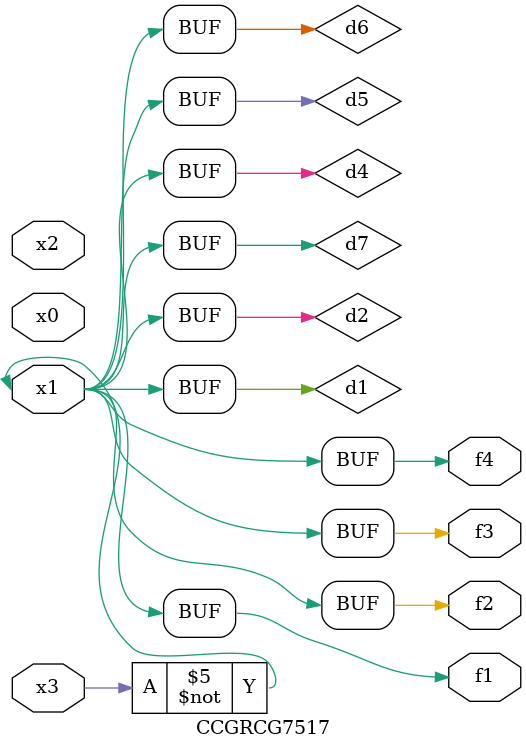
<source format=v>
module CCGRCG7517(
	input x0, x1, x2, x3,
	output f1, f2, f3, f4
);

	wire d1, d2, d3, d4, d5, d6, d7;

	not (d1, x3);
	buf (d2, x1);
	xnor (d3, d1, d2);
	nor (d4, d1);
	buf (d5, d1, d2);
	buf (d6, d4, d5);
	nand (d7, d4);
	assign f1 = d6;
	assign f2 = d7;
	assign f3 = d6;
	assign f4 = d6;
endmodule

</source>
